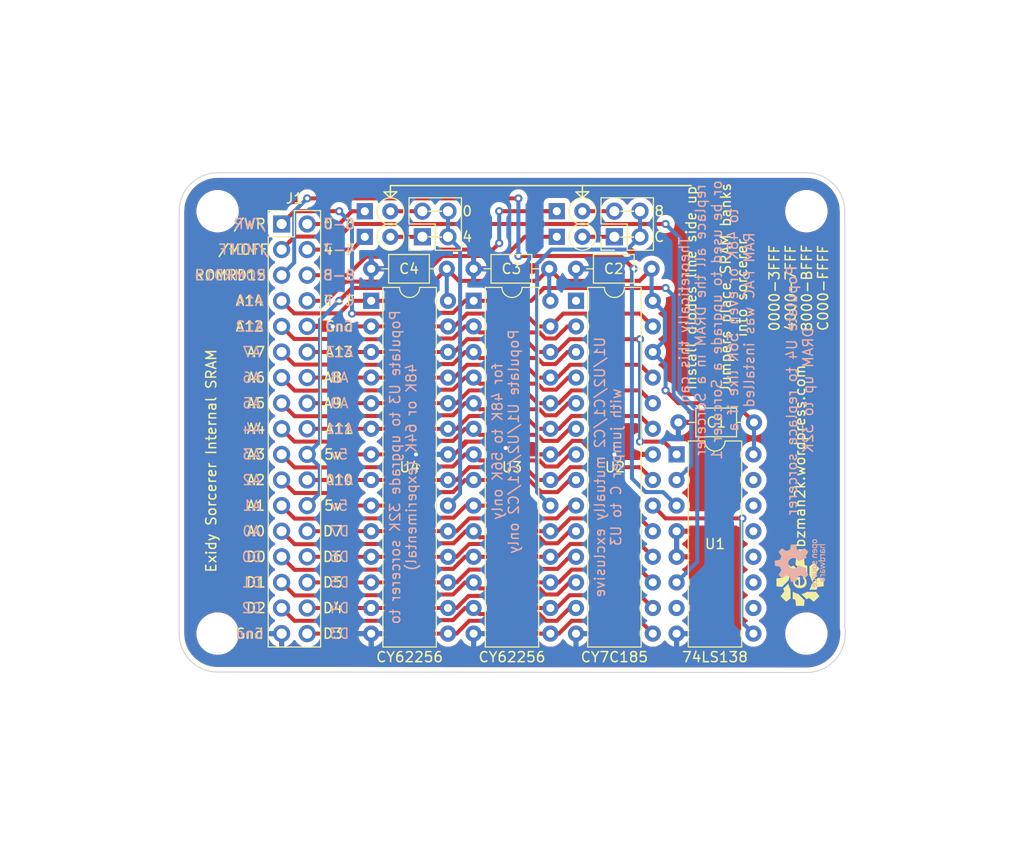
<source format=kicad_pcb>
(kicad_pcb (version 20211014) (generator pcbnew)
  (layers (0 "F.Cu" signal) (31 "B.Cu" signal) (34 "B.Paste" user) (35 "F.Paste" user) (36 "B.SilkS" user "B.Silkscreen") (37 "F.SilkS" user "F.Silkscreen") (38 "B.Mask" user) (39 "F.Mask" user) (44 "Edge.Cuts" user))
  (net 0 "")
  (net 1 "+5V")
  (net 2 "GND")
  (net 3 "RAM C000-FFFF")
  (net 4 "Net-(D1-Pad2)")
  (net 5 "RAM 8000-BFFF")
  (net 6 "RAM 4000-7FFF")
  (net 7 "Net-(D3-Pad2)")
  (net 8 "RAM 0000-3FFF")
  (net 9 "Net-(D4-Pad2)")
  (net 10 "A0")
  (net 11 "D0")
  (net 12 "A1")
  (net 13 "D1")
  (net 14 "A2")
  (net 15 "D2")
  (net 16 "A3")
  (net 17 "D3")
  (net 18 "A4")
  (net 19 "D4")
  (net 20 "A5")
  (net 21 "D5")
  (net 22 "A6")
  (net 23 "D6")
  (net 24 "A7")
  (net 25 "D7")
  (net 26 "A8")
  (net 27 "A9")
  (net 28 "A10")
  (net 29 "A11")
  (net 30 "A12")
  (net 31 "{slash}WR + {slash}MREQ")
  (net 32 "A13")
  (net 33 "{slash}MEM_OFF")
  (net 34 "A14")
  (net 35 "ROMRD15")
  (net 36 "RAM1 CS")
  (net 37 "RAM2 CS")
  (net 38 "C000-DFFF")
  (net 39 "A000-BFFF")
  (net 40 "8000-9FFF")
  (net 44 "E000-FFFF")
  (net 47 "Net-(J2-Pad1)")
  (footprint "Diode_THT:D_DO-35_SOD27_P2.54mm_Vertical_KathodeUp" (layer "F.Cu") (at 124.46 60.965)
    (fp_text reference "D4" hide)
    (fp_text value "1N4148")
  )
  (footprint "Package_DIP:DIP-16_W7.62mm" (layer "F.Cu") (at 155.395 82.55)
    (fp_text reference "U1")
    (fp_text value "74LS138")
  )
  (footprint "MountingHole:MountingHole_3.2mm_M3" (layer "F.Cu") (at 168.275 58.42)
    (fp_text reference "REF**" hide)
    (fp_text value "MountingHole_3.2mm_M3")
  )
  (footprint "Connector_PinHeader_2.54mm:PinHeader_2x17_P2.54mm_Vertical" (layer "F.Cu") (at 116.205 59.69)
    (fp_text reference "J1")
    (fp_text value "Sorcerer interface")
  )
  (footprint "Capacitor_THT:C_Axial_L3.8mm_D2.6mm_P7.50mm_Horizontal" (layer "F.Cu") (at 152.915 64.135 180)
    (fp_text reference "C2")
    (fp_text value "0.1uF" hide)
  )
  (footprint "Connector_PinHeader_2.54mm:PinHeader_2x02_P2.54mm_Vertical" (layer "F.Cu") (at 130.175 60.96 90)
    (fp_text reference "J3" hide)
    (fp_text value "LOW RAM")
  )
  (footprint "Connector_PinHeader_2.54mm:PinHeader_2x02_P2.54mm_Vertical" (layer "F.Cu") (at 149.225 60.96 90)
    (fp_text reference "J2" hide)
    (fp_text value "HIGH RAM")
  )
  (footprint "Capacitor_THT:C_Axial_L3.8mm_D2.6mm_P7.50mm_Horizontal" (layer "F.Cu") (at 163.075 79.375 180)
    (fp_text reference "C1")
    (fp_text value "0.1uF" hide)
  )
  (footprint "Package_DIP:DIP-28_W7.62mm" (layer "F.Cu") (at 125.095 67.31)
    (fp_text reference "U4")
    (fp_text value "CY62256")
  )
  (footprint "Diode_THT:D_DO-35_SOD27_P2.54mm_Vertical_KathodeUp" (layer "F.Cu") (at 143.51 58.42)
    (fp_text reference "D1" hide)
    (fp_text value "1N4148")
  )
  (footprint "Package_DIP:DIP-28_W7.62mm" (layer "F.Cu") (at 145.415 67.31)
    (fp_text reference "U2")
    (fp_text value "CY7C185")
  )
  (footprint "Package_DIP:DIP-28_W7.62mm" (layer "F.Cu") (at 135.255 67.31)
    (fp_text reference "U3")
    (fp_text value "CY62256")
  )
  (footprint "MountingHole:MountingHole_3.2mm_M3" (layer "F.Cu") (at 168.275 100.33)
    (fp_text reference "REF**" hide)
    (fp_text value "MountingHole_3.2mm_M3")
  )
  (footprint "Diode_THT:D_DO-35_SOD27_P2.54mm_Vertical_KathodeUp" (layer "F.Cu") (at 124.46 58.425)
    (fp_text reference "D3" hide)
    (fp_text value "1N4148")
  )
  (footprint "MountingHole:MountingHole_3.2mm_M3" (layer "F.Cu") (at 109.855 100.33)
    (fp_text reference "REF**" hide)
    (fp_text value "MountingHole_3.2mm_M3")
  )
  (footprint "Capacitor_THT:C_Axial_L3.8mm_D2.6mm_P7.50mm_Horizontal" (layer "F.Cu") (at 142.755 64.135 180)
    (fp_text reference "C3")
    (fp_text value "0.1uF" hide)
  )
  (footprint "Capacitor_THT:C_Axial_L3.8mm_D2.6mm_P7.50mm_Horizontal" (layer "F.Cu") (at 132.595 64.135 180)
    (fp_text reference "C4")
    (fp_text value "0.1uF" hide)
  )
  (footprint "Evan's misc parts:Evan Logo" (layer "F.Cu") (at 167.64 95.25 90)
    (fp_text reference "G***" hide)
    (fp_text value "LOGO" hide)
  )
  (footprint "MountingHole:MountingHole_3.2mm_M3" (layer "F.Cu") (at 109.855 58.42)
    (fp_text reference "REF**" hide)
    (fp_text value "MountingHole_3.2mm_M3")
  )
  (footprint "Diode_THT:D_DO-35_SOD27_P2.54mm_Vertical_KathodeUp" (layer "F.Cu") (at 143.51 60.96)
    (fp_text reference "D2" hide)
    (fp_text value "1N4148")
  )
  (footprint "Evan's misc parts:OSHW gear" (layer "B.Cu") (at 167.64 93.345 -90)
    (fp_text reference "G***" hide)
    (fp_text value "LOGO" hide)
  )
  (gr_line (start 146.05 57.093629) (end 146.685 56.486814) (layer "F.SilkS") (width 0.15))
  (gr_line (start 146.05 55.88) (end 146.05 57.093629) (layer "F.SilkS") (width 0.15))
  (gr_line (start 130.81 58.42) (end 132.08 58.42) (layer "F.SilkS") (width 0.15))
  (gr_line (start 146.05 57.093629) (end 145.415 56.515) (layer "F.SilkS") (width 0.15))
  (gr_line (start 127 55.88) (end 127 57.098629) (layer "F.SilkS") (width 0.15))
  (gr_line (start 146.05 55.88) (end 127 55.88) (layer "F.SilkS") (width 0.15))
  (gr_line (start 149.86 60.99) (end 151.13 60.99) (layer "F.SilkS") (width 0.15))
  (gr_line (start 127 57.098629) (end 126.365 56.515) (layer "F.SilkS") (width 0.15))
  (gr_line (start 126.365 56.515) (end 127.635 56.489314) (layer "F.SilkS") (width 0.15))
  (gr_line (start 130.81 60.96) (end 132.08 60.99) (layer "F.SilkS") (width 0.15))
  (gr_line (start 145.415 56.515) (end 146.685 56.486814) (layer "F.SilkS") (width 0.15))
  (gr_line (start 149.86 58.42) (end 151.13 58.42) (layer "F.SilkS") (width 0.15))
  (gr_line (start 127 57.098629) (end 127.635 56.489314) (layer "F.SilkS") (width 0.15))
  (gr_line (start 156.845 55.88) (end 146.05 55.88) (layer "F.SilkS") (width 0.15))
  (gr_arc (start 106.045 58.42) (mid 107.160923 55.725923) (end 109.855 54.61) (layer "Edge.Cuts") (width 0.1))
  (gr_arc (start 168.275 54.61) (mid 170.969077 55.725923) (end 172.085 58.42) (layer "Edge.Cuts") (width 0.1))
  (gr_line (start 168.275 104.192554) (end 109.855 104.14) (layer "Edge.Cuts") (width 0.1))
  (gr_line (start 168.275 54.61) (end 109.855 54.61) (layer "Edge.Cuts") (width 0.1))
  (gr_line (start 106.045 58.42) (end 106.045 100.33) (layer "Edge.Cuts") (width 0.1))
  (gr_line (start 172.085 99.695) (end 172.085 58.42) (layer "Edge.Cuts") (width 0.1))
  (gr_arc (start 172.085 99.695) (mid 171.222206 102.826658) (end 168.275 104.192554) (layer "Edge.Cuts") (width 0.1))
  (gr_arc (start 109.855 104.14) (mid 107.160923 103.024077) (end 106.045 100.33) (layer "Edge.Cuts") (width 0.1))
  (gr_text "D6" (at 121.935952 92.71) (layer "B.SilkS") (effects (font (size 1 1)) (justify mirror)))
  (gr_text "D2" (at 113.228572 97.79) (layer "B.SilkS") (effects (font (size 1 1)) (justify mirror)))
  (gr_text "A14" (at 113.03 67.31) (layer "B.SilkS") (effects (font (size 1 1)) (justify mirror)))
  (gr_text "A8" (at 121.935952 74.93) (layer "B.SilkS") (effects (font (size 1 1)) (justify mirror)))
  (gr_text "A13" (at 121.92 72.39) (layer "B.SilkS") (effects (font (size 1 1)) (justify mirror)))
  (gr_text "U1/U2/C1/C2 mutually exclusive\nwith jumper C to U3" (at 148.59 83.82 90) (layer "B.SilkS") (effects (font (size 1 1)) (justify mirror)))
  (gr_text "Populate U4 to replace sorcerer\nDRAM up to 32K" (at 167.64 76.2 -270) (layer "B.SilkS") (effects (font (size 1 1)) (justify mirror)))
  (gr_text "A1" (at 113.228572 87.63) (layer "B.SilkS") (effects (font (size 1 1)) (justify mirror)))
  (gr_text "Gnd" (at 121.92 69.85) (layer "B.SilkS") (effects (font (size 1 1)) (justify mirror)))
  (gr_text "A3" (at 113.228572 82.55) (layer "B.SilkS") (effects (font (size 1 1)) (justify mirror)))
  (gr_text "A7" (at 113.228572 72.39) (layer "B.SilkS") (effects (font (size 1 1)) (justify mirror)))
  (gr_text "0-3" (at 121.92 59.69) (layer "B.SilkS") (effects (font (size 1 1)) (justify mirror)))
  (gr_text "A4" (at 113.228572 80.01) (layer "B.SilkS") (effects (font (size 1 1)) (justify mirror)))
  (gr_text "C-F" (at 121.92 67.31) (layer "B.SilkS") (effects (font (size 1 1)) (justify mirror)))
  (gr_text "D1" (at 113.228572 95.25) (layer "B.SilkS") (effects (font (size 1 1)) (justify mirror)))
  (gr_text "D4" (at 121.935952 97.79) (layer "B.SilkS") (effects (font (size 1 1)) (justify mirror)))
  (gr_text "ROMRD15" (at 111.125 64.77) (layer "B.SilkS") (effects (font (size 1 1)) (justify mirror)))
  (gr_text "/MOFF" (at 112.395 62.23) (layer "B.SilkS") (effects (font (size 1 1)) (justify mirror)))
  (gr_text "Gnd" (at 113.03 100.33) (layer "B.SilkS") (effects (font (size 1 1)) (justify mirror)))
  (gr_text "D7" (at 121.935952 90.17) (layer "B.SilkS") (effects (font (size 1 1)) (justify mirror)))
  (gr_text "A5" (at 113.228572 77.47) (layer "B.SilkS") (effects (font (size 1 1)) (justify mirror)))
  (gr_text "A6" (at 113.228572 74.93) (layer "B.SilkS") (effects (font (size 1 1)) (justify mirror)))
  (gr_text "A2" (at 113.228572 85.09) (layer "B.SilkS") (effects (font (size 1 1)) (justify mirror)))
  (gr_text "4-7" (at 121.92 62.23) (layer "B.SilkS") (effects (font (size 1 1)) (justify mirror)))
  (gr_text "A9" (at 121.935952 77.47) (layer "B.SilkS") (effects (font (size 1 1)) (justify mirror)))
  (gr_text "for 48K to 56K only\nPopulate U1/U2/C1/C2 only" (at 138.43 81.28 90) (layer "B.SilkS") (effects (font (size 1 1)) (justify mirror)))
  (gr_text "A10" (at 121.92 85.09) (layer "B.SilkS") (effects (font (size 1 1)) (justify mirror)))
  (gr_text "A12" (at 113.03 69.85) (layer "B.SilkS") (effects (font (size 1 1)) (justify mirror)))
  (gr_text "5v" (at 121.935952 87.63) (layer "B.SilkS") (effects (font (size 1 1)) (justify mirror)))
  (gr_text "D5" (at 121.935952 95.25) (layer "B.SilkS") (effects (font (size 1 1)) (justify mirror)))
  (gr_text "A11" (at 121.92 80.01) (layer "B.SilkS") (effects (font (size 1 1)) (justify mirror)))
  (gr_text "/WR" (at 113.03 59.69) (layer "B.SilkS") (effects (font (size 1 1)) (justify mirror)))
  (gr_text "Populate U3 to upgrade 32K sorcerer to\n48K or 64K (experimental)" (at 128.27 83.82 -270) (layer "B.SilkS") (effects (font (size 1 1)) (justify mirror)))
  (gr_text "D0" (at 113.228572 92.71) (layer "B.SilkS") (effects (font (size 1 1)) (justify mirror)))
  (gr_text "5v" (at 121.935952 82.55) (layer "B.SilkS") (effects (font (size 1 1)) (justify mirror)))
  (gr_text "8-B" (at 121.92 64.77) (layer "B.SilkS") (effects (font (size 1 1)) (justify mirror)))
  (gr_text "D3" (at 121.935952 100.33) (layer "B.SilkS") (effects (font (size 1 1)) (justify mirror)))
  (gr_text "Theoretically this can\nreplace all the DRAM in a Sorcerer\nor be used to upgrade a Sorcerer 1\nto 48K or even 56K like if a\nRAM PAC was installed" (at 159.385 69.215 90) (layer "B.SilkS") (effects (font (size 1 1)) (justify mirror)))
  (gr_text "A0" (at 113.228572 90.17) (layer "B.SilkS") (effects (font (size 1 1)) (justify mirror)))
  (gr_text "A1" (at 113.665 87.63) (layer "F.SilkS") (effects (font (size 1 1))))
  (gr_text "D4" (at 121.285 97.79) (layer "F.SilkS") (effects (font (size 1 1))))
  (gr_text "Exidy Sorcerer Internal SRAM" (at 109.22 83.185 90) (layer "F.SilkS") (effects (font (size 1 1))))
  (gr_text "D3" (at 121.285 100.33) (layer "F.SilkS") (effects (font (size 1 1))))
  (gr_text "Install diodes line side up" (at 156.845 66.04 90) (layer "F.SilkS") (effects (font (size 1 1))))
  (gr_text "C-F" (at 121.92 67.31) (layer "F.SilkS") (effects (font (size 1 1))))
  (gr_text "A0" (at 113.665 90.17) (layer "F.SilkS") (effects (font (size 1 1))))
  (gr_text "A3" (at 113.665 82.55) (layer "F.SilkS") (effects (font (size 1 1))))
  (gr_text "8-B" (at 121.92 64.77) (layer "F.SilkS") (effects (font (size 1 1))))
  (gr_text "4" (at 134.62 60.96) (layer "F.SilkS") (effects (font (size 1 1))))
  (gr_text "D1" (at 113.665 95.25) (layer "F.SilkS") (effects (font (size 1 1))))
  (gr_text "A13" (at 121.92 72.39) (layer "F.SilkS") (effects (font (size 1 1))))
  (gr_text "Gnd" (at 113.03 100.33) (layer "F.SilkS") (effects (font (size 1 1))))
  (gr_text "D2" (at 113.665 97.79) (layer "F.SilkS") (effects (font (size 1 1))))
  (gr_text "A8" (at 121.285 74.93) (layer "F.SilkS") (effects (font (size 1 1))))
  (gr_text "/WR" (at 113.03 59.69) (layer "F.SilkS") (effects (font (size 1 1))))
  (gr_text "A14" (at 113.03 67.31) (layer "F.SilkS") (effects (font (size 1 1))))
  (gr_text "abzman2k.wordpress.com" (at 167.64 83.185 90) (layer "F.SilkS") (effects (font (size 1 1))))
  (gr_text "A4" (at 113.665 80.01) (layer "F.SilkS") (effects (font (size 1 1))))
  (gr_text "A10" (at 121.92 85.09) (layer "F.SilkS") (effects (font (size 1 1))))
  (gr_text "D0" (at 113.665 92.71) (layer "F.SilkS") (effects (font (size 1 1))))
  (gr_text "A11" (at 121.92 80.01) (layer "F.SilkS") (effects (font (size 1 1))))
  (gr_text "D5" (at 121.285 95.25) (layer "F.SilkS") (effects (font (size 1 1))))
  (gr_text "A7" (at 113.665 72.39) (layer "F.SilkS") (effects (font (size 1 1))))
  (gr_text "Jumpers place SRAM banks\ninto sorcerer\n\n0000-3FFF\n4000-7FFF\n8000-BFFF\nC000-FFFF" (at 165.1 66.04 90) (layer "F.SilkS") (effects (font (size 1 1))))
  (gr_text "A6" (at 113.665 74.93) (layer "F.SilkS") (effects (font (size 1 1))))
  (gr_text "5v" (at 121.285 87.63) (layer "F.SilkS") (effects (font (size 1 1))))
  (gr_text "C" (at 153.67 60.96) (layer "F.SilkS") (effects (font (size 1 1))))
  (gr_text "5v" (at 121.285 82.55) (layer "F.SilkS") (effects (font (size 1 1))))
  (gr_text "0-3" (at 121.92 59.69) (layer "F.SilkS") (effects (font (size 1 1))))
  (gr_text "ROMRD15" (at 111.125 64.77) (layer "F.SilkS") (effects (font (size 1 1))))
  (gr_text "D6" (at 121.285 92.71) (layer "F.SilkS") (effects (font (size 1 1))))
  (gr_text "/MOFF" (at 112.395 62.23) (layer "F.SilkS") (effects (font (size 1 1))))
  (gr_text "0" (at 134.62 58.42) (layer "F.SilkS") (effects (font (size 1 1))))
  (gr_text "Gnd" (at 121.92 69.85) (layer "F.SilkS") (effects (font (size 1 1))))
  (gr_text "A9" (at 121.285 77.47) (layer "F.SilkS") (effects (font (size 1 1))))
  (gr_text "A12" (at 113.03 69.85) (layer "F.SilkS") (effects (font (size 1 1))))
  (gr_text "D7" (at 121.285 90.17) (layer "F.SilkS") (effects (font (size 1 1))))
  (gr_text "A2" (at 113.665 85.09) (layer "F.SilkS") (effects (font (size 1 1))))
  (gr_text "A5" (at 113.665 77.47) (layer "F.SilkS") (effects (font (size 1 1))))
  (gr_text "4-7" (at 121.92 62.23) (layer "F.SilkS") (effects (font (size 1 1))))
  (gr_text "8" (at 153.67 58.42) (layer "F.SilkS") (effects (font (size 1 1))))
  (segment (start 132.595 64.135) (end 130.69 66.04) (width 0.4) (layer "F.Cu") (net 1))
  (segment (start 142.755 64.135) (end 143.954511 65.334511) (width 0.4) (layer "F.Cu") (net 1))
  (segment (start 143.954511 65.334511) (end 151.715489 65.334511) (width 0.4) (layer "F.Cu") (net 1))
  (segment (start 161.17 77.47) (end 155.575 77.47) (width 0.4) (layer "F.Cu") (net 1))
  (segment (start 133.794511 65.334511) (end 141.555489 65.334511) (width 0.4) (layer "F.Cu") (net 1))
  (segment (start 151.715489 65.334511) (end 152.915 64.135) (width 0.4) (layer "F.Cu") (net 1))
  (segment (start 123.19 66.04) (end 121.92 67.31) (width 0.4) (layer "F.Cu") (net 1))
  (segment (start 155.575 77.47) (end 154.305 76.2) (width 0.4) (layer "F.Cu") (net 1))
  (segment (start 163.075 79.375) (end 161.17 77.47) (width 0.4) (layer "F.Cu") (net 1))
  (segment (start 130.69 66.04) (end 123.19 66.04) (width 0.4) (layer "F.Cu") (net 1))
  (segment (start 141.555489 65.334511) (end 142.755 64.135) (width 0.4) (layer "F.Cu") (net 1))
  (segment (start 132.595 64.135) (end 133.794511 65.334511) (width 0.4) (layer "F.Cu") (net 1))
  (via (at 121.92 67.31) (size 0.8) (drill 0.4) (layers "F.Cu" "B.Cu") (net 1))
  (via (at 154.305 76.2) (size 0.8) (drill 0.4) (layers "F.Cu" "B.Cu") (net 1))
  (segment (start 118.745 87.63) (end 119.994511 86.380489) (width 0.4) (layer "B.Cu") (net 1))
  (segment (start 121.92 67.31) (end 120.015 69.215) (width 0.4) (layer "B.Cu") (net 1))
  (segment (start 154.305 73.66) (end 154.305 76.2) (width 0.4) (layer "B.Cu") (net 1))
  (segment (start 154.234511 68.509511) (end 154.234511 71.190489) (width 0.4) (layer "B.Cu") (net 1))
  (segment (start 152.915 67.19) (end 153.035 67.31) (width 0.4) (layer "B.Cu") (net 1))
  (segment (start 163.075 82.49) (end 163.015 82.55) (width 0.4) (layer "B.Cu") (net 1))
  (segment (start 163.075 79.375) (end 163.075 82.49) (width 0.4) (layer "B.Cu") (net 1))
  (segment (start 118.745 82.55) (end 120.015 81.28) (width 0.4) (layer "B.Cu") (net 1))
  (segment (start 132.595 64.135) (end 132.595 67.19) (width 0.4) (layer "B.Cu") (net 1))
  (segment (start 142.755 67.19) (end 142.875 67.31) (width 0.4) (layer "B.Cu") (net 1))
  (segment (start 119.994511 86.380489) (end 119.994511 83.799511) (width 0.4) (layer "B.Cu") (net 1))
  (segment (start 132.595 67.19) (end 132.715 67.31) (width 0.4) (layer "B.Cu") (net 1))
  (segment (start 154.234511 71.190489) (end 153.035 72.39) (width 0.4) (layer "B.Cu") (net 1))
  (segment (start 120.015 81.28) (end 120.015 69.215) (width 0.4) (layer "B.Cu") (net 1))
  (segment (start 152.915 64.135) (end 152.915 67.19) (width 0.4) (layer "B.Cu") (net 1))
  (segment (start 119.994511 83.799511) (end 118.745 82.55) (width 0.4) (layer "B.Cu") (net 1))
  (segment (start 153.035 67.31) (end 154.234511 68.509511) (width 0.4) (layer "B.Cu") (net 1))
  (segment (start 153.035 72.39) (end 154.305 73.66) (width 0.4) (layer "B.Cu") (net 1))
  (segment (start 142.755 64.135) (end 142.755 67.19) (width 0.4) (layer "B.Cu") (net 1))
  (segment (start 145.059123 81.209511) (end 145.979511 81.209511) (width 0.4) (layer "F.Cu") (net 2))
  (segment (start 137.797108 81.282108) (end 134.617892 81.282108) (width 0.4) (layer "F.Cu") (net 2))
  (segment (start 143.718634 82.55) (end 145.059123 81.209511) (width 0.4) (layer "F.Cu") (net 2))
  (segment (start 139.065 82.55) (end 138.43 81.915) (width 0.4) (layer "F.Cu") (net 2))
  (segment (start 149.225 82.55) (end 153.035 82.55) (width 0.4) (layer "F.Cu") (net 2))
  (segment (start 145.979511 81.209511) (end 147.32 82.55) (width 0.4) (layer "F.Cu") (net 2))
  (segment (start 133.35 82.55) (end 132.715 82.55) (width 0.4) (layer "F.Cu") (net 2))
  (segment (start 147.32 82.55) (end 149.225 82.55) (width 0.4) (layer "F.Cu") (net 2))
  (segment (start 142.875 82.55) (end 143.718634 82.55) (width 0.4) (layer "F.Cu") (net 2))
  (segment (start 121.285 69.85) (end 118.745 69.85) (width 0.4) (layer "F.Cu") (net 2))
  (segment (start 142.875 82.55) (end 139.065 82.55) (width 0.4) (layer "F.Cu") (net 2))
  (segment (start 142.875 82.55) (end 141.74363 82.55) (width 0.4) (layer "F.Cu") (net 2))
  (segment (start 134.617892 81.282108) (end 133.35 82.55) (width 0.4) (layer "F.Cu") (net 2))
  (segment (start 138.43 81.915) (end 137.797108 81.282108) (width 0.4) (layer "F.Cu") (net 2))
  (via (at 121.285 69.85) (size 0.8) (drill 0.4) (layers "F.Cu" "B.Cu") (net 2))
  (via (at 129.54 82.55) (size 0.8) (drill 0.4) (layers "F.Cu" "B.Cu") (net 2))
  (via (at 138.43 81.915) (size 0.8) (drill 0.4) (layers "F.Cu" "B.Cu") (net 2))
  (via (at 149.225 82.55) (size 0.8) (drill 0.4) (layers "F.Cu" "B.Cu") (net 2))
  (segment (start 129.628634 65.405) (end 132.168634 62.865) (width 0.4) (layer "F.Cu") (net 3))
  (segment (start 138.43 62.865) (end 140.335 60.96) (width 0.4) (layer "F.Cu") (net 3))
  (segment (start 118.745 67.31) (end 120.65 67.31) (width 0.4) (layer "F.Cu") (net 3))
  (segment (start 122.555 65.405) (end 129.628634 65.405) (width 0.4) (layer "F.Cu") (net 3))
  (segment (start 120.65 67.31) (end 122.555 65.405) (width 0.4) (layer "F.Cu") (net 3))
  (segment (start 140.335 60.96) (end 143.51 60.96) (width 0.4) (layer "F.Cu") (net 3))
  (segment (start 132.168634 62.865) (end 138.43 62.865) (width 0.4) (layer "F.Cu") (net 3))
  (segment (start 146.05 58.42) (end 149.225 58.42) (width 0.4) (layer "F.Cu") (net 4))
  (segment (start 131.250295 62.935489) (end 131.955784 62.23) (width 0.4) (layer "F.Cu") (net 5))
  (segment (start 143.51 58.42) (end 137.795 58.42) (width 0.4) (layer "F.Cu") (net 5))
  (segment (start 124.598145 62.935489) (end 131.250295 62.935489) (width 0.4) (layer "F.Cu") (net 5))
  (segment (start 142.02715 58.42) (end 143.51 58.42) (width 0.4) (layer "F.Cu") (net 5))
  (segment (start 122.763634 64.77) (end 124.598145 62.935489) (width 0.4) (layer "F.Cu") (net 5))
  (segment (start 118.745 64.77) (end 122.763634 64.77) (width 0.4) (layer "F.Cu") (net 5))
  (segment (start 136.525 62.23) (end 137.16 62.23) (width 0.4) (layer "F.Cu") (net 5))
  (segment (start 137.16 62.23) (end 137.795 61.595) (width 0.4) (layer "F.Cu") (net 5))
  (segment (start 131.955784 62.23) (end 136.525 62.23) (width 0.4) (layer "F.Cu") (net 5))
  (via (at 137.795 61.595) (size 0.8) (drill 0.4) (layers "F.Cu" "B.Cu") (net 5))
  (via (at 137.795 58.42) (size 0.8) (drill 0.4) (layers "F.Cu" "B.Cu") (net 5))
  (segment (start 137.795 58.42) (end 137.795 61.595) (width 0.4) (layer "B.Cu") (net 5))
  (segment (start 123.195 62.23) (end 124.46 60.965) (width 0.4) (layer "F.Cu") (net 6))
  (segment (start 118.745 62.23) (end 123.195 62.23) (width 0.4) (layer "F.Cu") (net 6))
  (segment (start 130.17 58.425) (end 130.175 58.42) (width 0.4) (layer "F.Cu") (net 7))
  (segment (start 127 58.425) (end 130.17 58.425) (width 0.4) (layer "F.Cu") (net 7))
  (segment (start 118.745 59.69) (end 121.92 59.69) (width 0.4) (layer "F.Cu") (net 8))
  (segment (start 124.46 58.425) (end 123.185 58.425) (width 0.4) (layer "F.Cu") (net 8))
  (segment (start 121.92 59.69) (end 123.185 58.425) (width 0.4) (layer "F.Cu") (net 8))
  (segment (start 130.17 60.965) (end 130.175 60.96) (width 0.4) (layer "F.Cu") (net 9))
  (segment (start 127 60.965) (end 130.17 60.965) (width 0.4) (layer "F.Cu") (net 9))
  (segment (start 127.635 90.17) (end 128.834511 91.369511) (width 0.4) (layer "F.Cu") (net 10))
  (segment (start 142.378145 91.369511) (end 143.580489 91.369511) (width 0.4) (layer "F.Cu") (net 10))
  (segment (start 135.255 90.17) (end 134.479022 90.17) (width 0.4) (layer "F.Cu") (net 10))
  (segment (start 117.495489 91.460489) (end 116.205 90.17) (width 0.4) (layer "F.Cu") (net 10))
  (segment (start 144.78 90.17) (end 143.580489 91.369511) (width 0.4) (layer "F.Cu") (net 10))
  (segment (start 145.415 90.17) (end 144.78 90.17) (width 0.4) (layer "F.Cu") (net 10))
  (segment (start 121.940489 91.460489) (end 117.495489 91.460489) (width 0.4) (layer "F.Cu") (net 10))
  (segment (start 135.85452 90.76952) (end 141.778154 90.76952) (width 0.4) (layer "F.Cu") (net 10))
  (segment (start 125.095 90.17) (end 123.230978 90.17) (width 0.4) (layer "F.Cu") (net 10))
  (segment (start 135.255 90.17) (end 135.85452 90.76952) (width 0.4) (layer "F.Cu") (net 10))
  (segment (start 133.279511 91.369511) (end 128.834511 91.369511) (width 0.4) (layer "F.Cu") (net 10))
  (segment (start 125.095 90.17) (end 127.635 90.17) (width 0.4) (layer "F.Cu") (net 10))
  (segment (start 134.479022 90.17) (end 133.279511 91.369511) (width 0.4) (layer "F.Cu") (net 10))
  (segment (start 123.230978 90.17) (end 121.940489 91.460489) (width 0.4) (layer "F.Cu") (net 10))
  (segment (start 141.778154 90.76952) (end 142.378145 91.369511) (width 0.4) (layer "F.Cu") (net 10))
  (segment (start 117.495489 94.000489) (end 116.205 92.71) (width 0.4) (layer "F.Cu") (net 11))
  (segment (start 125.095 92.71) (end 127.635 92.71) (width 0.4) (layer "F.Cu") (net 11))
  (segment (start 144.78 92.71) (end 143.580489 93.909511) (width 0.4) (layer "F.Cu") (net 11))
  (segment (start 121.940489 94.000489) (end 117.495489 94.000489) (width 0.4) (layer "F.Cu") (net 11))
  (segment (start 123.230978 92.71) (end 121.940489 94.000489) (width 0.4) (layer "F.Cu") (net 11))
  (segment (start 125.095 92.71) (end 123.230978 92.71) (width 0.4) (layer "F.Cu") (net 11))
  (segment (start 135.255 92.71) (end 134.411366 92.71) (width 0.4) (layer "F.Cu") (net 11))
  (segment (start 140.75715 92.71) (end 135.255 92.71) (width 0.4) (layer "F.Cu") (net 11))
  (segment (start 127.635 92.71) (end 128.834511 93.909511) (width 0.4) (layer "F.Cu") (net 11))
  (segment (start 134.411366 92.71) (end 133.211855 93.909511) (width 0.4) (layer "F.Cu") (net 11))
  (segment (start 145.415 92.71) (end 144.78 92.71) (width 0.4) (layer "F.Cu") (net 11))
  (segment (start 143.580489 93.909511) (end 141.956661 93.909511) (width 0.4) (layer "F.Cu") (net 11))
  (segment (start 141.956661 93.909511) (end 140.75715 92.71) (width 0.4) (layer "F.Cu") (net 11))
  (segment (start 133.211855 93.909511) (end 128.834511 93.909511) (width 0.4) (layer "F.Cu") (net 11))
  (segment (start 144.78 87.63) (end 143.51 88.9) (width 0.4) (layer "F.Cu") (net 12))
  (segment (start 139.91285 87.63) (end 141.18285 88.9) (width 0.4) (layer "F.Cu") (net 12))
  (segment (start 125.095 87.63) (end 123.230978 87.63) (width 0.4) (layer "F.Cu") (net 12))
  (segment (start 133.279511 88.829511) (end 128.975489 88.829511) (width 0.4) (layer "F.Cu") (net 12))
  (segment (start 127.775978 87.63) (end 128.975489 88.829511) (width 0.4) (layer "F.Cu") (net 12))
  (segment (start 135.255 87.63) (end 134.479022 87.63) (width 0.4) (layer "F.Cu") (net 12))
  (segment (start 134.479022 87.63) (end 133.279511 88.829511) (width 0.4) (layer "F.Cu") (net 12))
  (segment (start 135.255 87.63) (end 139.91285 87.63) (width 0.4) (layer "F.Cu") (net 12))
  (segment (start 125.095 87.63) (end 127.775978 87.63) (width 0.4) (layer "F.Cu") (net 12))
  (segment (start 141.18285 88.9) (end 143.51 88.9) (width 0.4) (layer "F.Cu") (net 12))
  (segment (start 121.940489 88.920489) (end 117.495489 88.920489) (width 0.4) (layer "F.Cu") (net 12))
  (segment (start 117.495489 88.920489) (end 116.205 87.63) (width 0.4) (layer "F.Cu") (net 12))
  (segment (start 123.230978 87.63) (end 121.940489 88.920489) (width 0.4) (layer "F.Cu") (net 12))
  (segment (start 145.415 87.63) (end 144.78 87.63) (width 0.4) (layer "F.Cu") (net 12))
  (segment (start 125.095 95.25) (end 127.775978 95.25) (width 0.4) (layer "F.Cu") (net 13))
  (segment (start 117.495489 96.540489) (end 116.205 95.25) (width 0.4) (layer "F.Cu") (net 13))
  (segment (start 121.899511 96.540489) (end 117.495489 96.540489) (width 0.4) (layer "F.Cu") (net 13))
  (segment (start 144.78 95.25) (end 143.580489 96.449511) (width 0.4) (layer "F.Cu") (net 13))
  (segment (start 141.778154 95.84952) (end 135.85452 95.84952) (width 0.4) (layer "F.Cu") (net 13))
  (segment (start 143.580489 96.449511) (end 142.378145 96.449511) (width 0.4) (layer "F.Cu") (net 13))
  (segment (start 133.211855 96.449511) (end 128.975489 96.449511) (width 0.4) (layer "F.Cu") (net 13))
  (segment (start 127.775978 95.25) (end 128.975489 96.449511) (width 0.4) (layer "F.Cu") (net 13))
  (segment (start 123.19 95.25) (end 121.899511 96.540489) (width 0.4) (layer "F.Cu") (net 13))
  (segment (start 125.095 95.25) (end 123.19 95.25) (width 0.4) (layer "F.Cu") (net 13))
  (segment (start 134.411366 95.25) (end 133.211855 96.449511) (width 0.4) (layer "F.Cu") (net 13))
  (segment (start 135.85452 95.84952) (end 135.255 95.25) (width 0.4) (layer "F.Cu") (net 13))
  (segment (start 135.255 95.25) (end 134.411366 95.25) (width 0.4) (layer "F.Cu") (net 13))
  (segment (start 145.415 95.25) (end 144.78 95.25) (width 0.4) (layer "F.Cu") (net 13))
  (segment (start 142.378145 96.449511) (end 141.778154 95.84952) (width 0.4) (layer "F.Cu") (net 13))
  (segment (start 145.415 85.09) (end 144.78 85.09) (width 0.4) (layer "F.Cu") (net 14))
  (segment (start 134.411366 85.09) (end 133.211855 86.289511) (width 0.4) (layer "F.Cu") (net 14))
  (segment (start 133.211855 86.289511) (end 128.975489 86.289511) (width 0.4) (layer "F.Cu") (net 14))
  (segment (start 125.095 85.09) (end 123.230978 85.09) (width 0.4) (layer "F.Cu") (net 14))
  (segment (start 140.75715 85.09) (end 141.956661 86.289511) (width 0.4) (layer "F.Cu") (net 14))
  (segment (start 141.956661 86.289511) (end 143.580489 86.289511) (width 0.4) (layer "F.Cu") (net 14))
  (segment (start 117.495489 86.380489) (end 116.205 85.09) (width 0.4) (layer "F.Cu") (net 14))
  (segment (start 121.940489 86.380489) (end 117.495489 86.380489) (width 0.4) (layer "F.Cu") (net 14))
  (segment (start 135.255 85.09) (end 134.411366 85.09) (width 0.4) (layer "F.Cu") (net 14))
  (segment (start 125.095 85.09) (end 127.775978 85.09) (width 0.4) (layer "F.Cu") (net 14))
  (segment (start 123.230978 85.09) (end 121.940489 86.380489) (width 0.4) (layer "F.Cu") (net 14))
  (segment (start 127.775978 85.09) (end 128.975489 86.289511) (width 0.4) (layer "F.Cu") (net 14))
  (segment (start 135.255 85.09) (end 140.75715 85.09) (width 0.4) (layer "F.Cu") (net 14))
  (segment (start 144.78 85.09) (end 143.580489 86.289511) (width 0.4) (layer "F.Cu") (net 14))
  (segment (start 142.448634 99.06) (end 141.778154 98.38952) (width 0.4) (layer "F.Cu") (net 15))
  (segment (start 117.475 99.06) (end 116.205 97.79) (width 0.4) (layer "F.Cu") (net 15))
  (segment (start 143.51 99.06) (end 142.448634 99.06) (width 0.4) (layer "F.Cu") (net 15))
  (segment (start 144.78 97.79) (end 143.51 99.06) (width 0.4) (layer "F.Cu") (net 15))
  (segment (start 121.92 99.06) (end 117.475 99.06) (width 0.4) (layer "F.Cu") (net 15))
  (segment (start 133.211855 98.989511) (end 128.975489 98.989511) (width 0.4) (layer "F.Cu") (net 15))
  (segment (start 141.778154 98.38952) (end 135.85452 98.38952) (width 0.4) (layer "F.Cu") (net 15))
  (segment (start 134.411366 97.79) (end 133.211855 98.989511) (width 0.4) (layer "F.Cu") (net 15))
  (segment (start 135.255 97.79) (end 134.411366 97.79) (width 0.4) (layer "F.Cu") (net 15))
  (segment (start 145.415 97.79) (end 144.78 97.79) (width 0.4) (layer "F.Cu") (net 15))
  (segment (start 123.19 97.79) (end 121.92 99.06) (width 0.4) (layer "F.Cu") (net 15))
  (segment (start 127.775978 97.79) (end 128.975489 98.989511) (width 0.4) (layer "F.Cu") (net 15))
  (segment (start 125.095 97.79) (end 127.775978 97.79) (width 0.4) (layer "F.Cu") (net 15))
  (segment (start 125.095 97.79) (end 123.19 97.79) (width 0.4) (layer "F.Cu") (net 15))
  (segment (start 135.85452 98.38952) (end 135.255 97.79) (width 0.4) (layer "F.Cu") (net 15))
  (segment (start 125.095 82.55) (end 123.230978 82.55) (width 0.4) (layer "F.Cu") (net 16))
  (segment (start 125.095 82.55) (end 127.775978 82.55) (width 0.4) (layer "F.Cu") (net 16))
  (segment (start 135.255 82.55) (end 134.411366 82.55) (width 0.4) (layer "F.Cu") (net 16))
  (segment (start 121.940489 83.840489) (end 117.495489 83.840489) (width 0.4) (layer "F.Cu") (net 16))
  (segment (start 145.415 82.55) (end 144.78 82.55) (width 0.4) (layer "F.Cu") (net 16))
  (segment (start 123.230978 82.55) (end 121.940489 83.840489) (width 0.4) (layer "F.Cu") (net 16))
  (segment (start 127.775978 82.55) (end 128.975489 83.749511) (width 0.4) (layer "F.Cu") (net 16))
  (segment (start 134.411366 82.55) (end 133.211855 83.749511) (width 0.4) (layer "F.Cu") (net 16))
  (segment (start 135.255 82.55) (end 135.85452 83.14952) (width 0.4) (layer "F.Cu") (net 16))
  (segment (start 142.378145 83.749511) (end 143.580489 83.749511) (width 0.4) (layer "F.Cu") (net 16))
  (segment (start 144.78 82.55) (end 143.580489 83.749511) (width 0.4) (layer "F.Cu") (net 16))
  (segment (start 135.85452 83.14952) (end 141.778154 83.14952) (width 0.4) (layer "F.Cu") (net 16))
  (segment (start 117.495489 83.840489) (end 116.205 82.55) (width 0.4) (layer "F.Cu") (net 16))
  (segment (start 141.778154 83.14952) (end 142.378145 83.749511) (width 0.4) (layer "F.Cu") (net 16))
  (segment (start 133.211855 83.749511) (end 128.975489 83.749511) (width 0.4) (layer "F.Cu") (net 16))
  (segment (start 123.19 99.06) (end 121.92 100.33) (width 0.4) (layer "F.Cu") (net 17))
  (segment (start 143.718634 100.33) (end 144.988634 99.06) (width 0.4) (layer "F.Cu") (net 17))
  (segment (start 151.765 99.06) (end 153.035 100.33) (width 0.4) (layer "F.Cu") (net 17))
  (segment (start 127.635 99.06) (end 123.19 99.06) (width 0.4) (layer "F.Cu") (net 17))
  (segment (start 132.715 100.33) (end 128.905 100.33) (width 0.4) (layer "F.Cu") (net 17))
  (segment (start 132.715 100.33) (end 133.558634 100.33) (width 0.4) (layer "F.Cu") (net 17))
  (segment (start 128.905 100.33) (end 127.635 99.06) (width 0.4) (layer "F.Cu") (net 17))
  (segment (start 141.605 100.33) (end 140.335 99.06) (width 0.4) (layer "F.Cu") (net 17))
  (segment (start 142.875 100.33) (end 141.605 100.33) (width 0.4) (layer "F.Cu") (net 17))
  (segment (start 121.92 100.33) (end 118.745 100.33) (width 0.4) (layer "F.Cu") (net 17))
  (segment (start 144.988634 99.06) (end 151.765 99.06) (width 0.4) (layer "F.Cu") (net 17))
  (segment (start 133.558634 100.33) (end 134.828634 99.06) (width 0.4) (layer "F.Cu") (net 17))
  (segment (start 134.828634 99.06) (end 140.335 99.06) (width 0.4) (layer "F.Cu") (net 17))
  (segment (start 142.875 100.33) (end 143.718634 100.33) (width 0.4) (layer "F.Cu") (net 17))
  (segment (start 121.92 81.28) (end 117.475 81.28) (width 0.4) (layer "F.Cu") (net 18))
  (segment (start 127.635 80.01) (end 128.834511 81.209511) (width 0.4) (layer "F.Cu") (net 18))
  (segment (start 125.095 80.01) (end 123.19 80.01) (width 0.4) (layer "F.Cu") (net 18))
  (segment (start 135.85452 80.60952) (end 141.56952 80.60952) (width 0.4) (layer "F.Cu") (net 18))
  (segment (start 134.411366 80.01) (end 133.211855 81.209511) (width 0.4) (layer "F.Cu") (net 18))
  (segment (start 117.475 81.28) (end 116.205 80.01) (width 0.4) (layer "F.Cu") (net 18))
  (segment (start 141.56952 80.60952) (end 142.169511 81.209511) (width 0.4) (layer "F.Cu") (net 18))
  (segment (start 123.19 80.01) (end 121.92 81.28) (width 0.4) (layer "F.Cu") (net 18))
  (segment (start 142.169511 81.209511) (end 143.580489 81.209511) (width 0.4) (layer "F.Cu") (net 18))
  (segment (start 135.255 80.01) (end 135.85452 80.60952) (width 0.4) (layer "F.Cu") (net 18))
  (segment (start 135.255 80.01) (end 134.411366 80.01) (width 0.4) (layer "F.Cu") (net 18))
  (segment (start 144.78 80.01) (end 143.580489 81.209511) (width 0.4) (layer "F.Cu") (net 18))
  (segment (start 133.211855 81.209511) (end 128.834511 81.209511) (width 0.4) (layer "F.Cu") (net 18))
  (segment (start 125.095 80.01) (end 127.635 80.01) (width 0.4) (layer "F.Cu") (net 18))
  (segment (start 145.415 80.01) (end 144.78 80.01) (width 0.4) (layer "F.Cu") (net 18))
  (segment (start 132.715 97.79) (end 133.558634 97.79) (width 0.4) (layer "F.Cu") (net 19))
  (segment (start 142.875 97.79) (end 143.51 97.79) (width 0.4) (layer "F.Cu") (net 19))
  (segment (start 127.635 96.52) (end 128.905 97.79) (width 0.4) (layer "F.Cu") (net 19))
  (segment (start 123.19 96.52) (end 127.635 96.52) (width 0.4) (layer "F.Cu") (net 19))
  (segment (start 143.51 97.79) (end 144.78 96.52) (width 0.4) (layer "F.Cu") (net 19))
  (segment (start 128.905 97.79) (end 132.715 97.79) (width 0.4) (layer "F.Cu") (net 19))
  (segment (start 141.605 97.79) (end 140.405489 96.590489) (width 0.4) (layer "F.Cu") (net 19))
  (segment (start 121.92 97.79) (end 123.19 96.52) (width 0.4) (layer "F.Cu") (net 19))
  (segment (start 142.875 97.79) (end 141.605 97.79) (width 0.4) (layer "F.Cu") (net 19))
  (segment (start 134.758145 96.590489) (end 140.405489 96.590489) (width 0.4) (layer "F.Cu") (net 19))
  (segment (start 151.765 96.52) (end 153.035 97.79) (width 0.4) (layer "F.Cu") (net 19))
  (segment (start 118.745 97.79) (end 121.92 97.79) (width 0.4) (layer "F.Cu") (net 19))
  (segment (start 144.78 96.52) (end 151.765 96.52) (width 0.4) (layer "F.Cu") (net 19))
  (segment (start 133.558634 97.79) (end 134.758145 96.590489) (width 0.4) (layer "F.Cu") (net 19))
  (segment (start 125.095 77.47) (end 123.230978 77.47) (width 0.4) (layer "F.Cu") (net 20))
  (segment (start 142.378145 78.669511) (end 141.778154 78.06952) (width 0.4) (layer "F.Cu") (net 20))
  (segment (start 127.775978 77.47) (end 128.975489 78.669511) (width 0.4) (layer "F.Cu") (net 20))
  (segment (start 117.495489 78.760489) (end 116.205 77.47) (width 0.4) (layer "F.Cu") (net 20))
  (segment (start 134.411366 77.47) (end 133.211855 78.669511) (width 0.4) (layer "F.Cu") (net 20))
  (segment (start 141.778154 78.06952) (end 135.85452 78.06952) (width 0.4) (layer "F.Cu") (net 20))
  (segment (start 133.211855 78.669511) (end 128.975489 78.669511) (width 0.4) (layer "F.Cu") (net 20))
  (segment (start 125.095 77.47) (end 127.775978 77.47) (width 0.4) (layer "F.Cu") (net 20))
  (segment (start 144.639022 77.47) (end 143.439511 78.669511) (width 0.4) (layer "F.Cu") (net 20))
  (segment (start 123.230978 77.47) (end 121.940489 78.760489) (width 0.4) (layer "F.Cu") (net 20))
  (segment (start 121.940489 78.760489) (end 117.495489 78.760489) (width 0.4) (layer "F.Cu") (net 20))
  (segment (start 135.255 77.47) (end 134.411366 77.47) (width 0.4) (layer "F.Cu") (net 20))
  (segment (start 143.439511 78.669511) (end 142.378145 78.669511) (width 0.4) (layer "F.Cu") (net 20))
  (segment (start 145.415 77.47) (end 144.639022 77.47) (width 0.4) (layer "F.Cu") (net 20))
  (segment (start 135.85452 78.06952) (end 135.255 77.47) (width 0.4) (layer "F.Cu") (net 20))
  (segment (start 121.92 95.25) (end 123.19 93.98) (width 0.4) (layer "F.Cu") (net 21))
  (segment (start 142.875 95.25) (end 143.718634 95.25) (width 0.4) (layer "F.Cu") (net 21))
  (segment (start 142.875 95.25) (end 141.605 95.25) (width 0.4) (layer "F.Cu") (net 21))
  (segment (start 144.988634 93.98) (end 151.765 93.98) (width 0.4) (layer "F.Cu") (net 21))
  (segment (start 132.715 95.25) (end 133.558634 95.25) (width 0.4) (layer "F.Cu") (net 21))
  (segment (start 143.718634 95.25) (end 144.988634 93.98) (width 0.4) (layer "F.Cu") (net 21))
  (segment (start 134.828634 93.98) (end 140.335 93.98) (width 0.4) (layer "F.Cu") (net 21))
  (segment (start 141.605 95.25) (end 140.335 93.98) (width 0.4) (layer "F.Cu") (net 21))
  (segment (start 133.558634 95.25) (end 134.828634 93.98) (width 0.4) (layer "F.Cu") (net 21))
  (segment (start 128.905 95.25) (end 132.715 95.25) (width 0.4) (layer "F.Cu") (net 21))
  (segment (start 118.745 95.25) (end 121.92 95.25) (width 0.4) (layer "F.Cu") (net 21))
  (segment (start 151.765 93.98) (end 153.035 95.25) (width 0.4) (layer "F.Cu") (net 21))
  (segment (start 127.635 93.98) (end 128.905 95.25) (width 0.4) (layer "F.Cu") (net 21))
  (segment (start 123.19 93.98) (end 127.635 93.98) (width 0.4) (layer "F.Cu") (net 21))
  (segment (start 125.095 74.93) (end 127.775978 74.93) (width 0.4) (layer "F.Cu") (net 22))
  (segment (start 127.775978 74.93) (end 128.975489 76.129511) (width 0.4) (layer "F.Cu") (net 22))
  (segment (start 133.211855 76.129511) (end 134.411366 74.93) (width 0.4) (layer "F.Cu") (net 22))
  (segment (start 135.85452 75.52952) (end 135.255 74.93) (width 0.4) (layer "F.Cu") (net 22))
  (segment (start 141.56952 75.52952) (end 135.85452 75.52952) (width 0.4) (layer "F.Cu") (net 22))
  (segment (start 145.415 74.93) (end 144.639022 74.93) (width 0.4) (layer "F.Cu") (net 22))
  (segment (start 123.230978 74.93) (end 121.940489 76.220489) (width 0.4) (layer "F.Cu") (net 22))
  (segment (start 121.940489 76.220489) (end 117.495489 76.220489) (width 0.4) (layer "F.Cu") (net 22))
  (segment (start 125.095 74.93) (end 123.230978 74.93) (width 0.4) (layer "F.Cu") (net 22))
  (segment (start 143.439511 76.129511) (end 142.169511 76.129511) (width 0.4) (layer "F.Cu") (net 22))
  (segment (start 128.975489 76.129511) (end 133.211855 76.129511) (width 0.4) (layer "F.Cu") (net 22))
  (segment (start 142.169511 76.129511) (end 141.56952 75.52952) (width 0.4) (layer "F.Cu") (net 22))
  (segment (start 134.411366 74.93) (end 135.255 74.93) (width 0.4) (layer "F.Cu") (net 22))
  (segment (start 144.639022 74.93) (end 143.439511 76.129511) (width 0.4) (layer "F.Cu") (net 22))
  (segment (start 117.495489 76.220489) (end 116.205 74.93) (width 0.4) (layer "F.Cu") (net 22))
  (segment (start 121.92 92.71) (end 123.19 91.44) (width 0.4) (layer "F.Cu") (net 23))
  (segment (start 134.828634 91.44) (end 140.335 91.44) (width 0.4) (layer "F.Cu") (net 23))
  (segment (start 133.558634 92.71) (end 134.828634 91.44) (width 0.4) (layer "F.Cu") (net 23))
  (segment (start 127.635 91.44) (end 128.905 92.71) (width 0.4) (layer "F.Cu") (net 23))
  (segment (start 128.905 92.71) (end 132.715 92.71) (width 0.4) (layer "F.Cu") (net 23))
  (segment (start 144.847656 91.44) (end 151.765 91.44) (width 0.4) (layer "F.Cu") (net 23))
  (segment (start 132.715 92.71) (end 133.558634 92.71) (width 0.4) (layer "F.Cu") (net 23))
  (segment (start 142.875 92.71) (end 141.605 92.71) (width 0.4) (layer "F.Cu") (net 23))
  (segment (start 143.577656 92.71) (end 144.847656 91.44) (width 0.4) (layer "F.Cu") (net 23))
  (segment (start 118.745 92.71) (end 121.92 92.71) (width 0.4) (layer "F.Cu") (net 23))
  (segment (start 141.605 92.71) (end 140.335 91.44) (width 0.4) (layer "F.Cu") (net 23))
  (segment (start 123.19 91.44) (end 127.635 91.44) (width 0.4) (layer "F.Cu") (net 23))
  (segment (start 151.765 91.44) (end 153.035 92.71) (width 0.4) (layer "F.Cu") (net 23))
  (segment (start 142.875 92.71) (end 143.577656 92.71) (width 0.4) (layer "F.Cu") (net 23))
  (segment (start 135.85452 72.98952) (end 135.255 72.39) (width 0.4) (layer "F.Cu") (net 24))
  (segment (start 133.211855 73.589511) (end 128.975489 73.589511) (width 0.4) (layer "F.Cu") (net 24))
  (segment (start 142.169511 73.589511) (end 141.56952 72.98952) (width 0.4) (layer "F.Cu") (net 24))
  (segment (start 145.415 72.39) (end 144.571366 72.39) (width 0.4) (layer "F.Cu") (net 24))
  (segment (start 141.56952 72.98952) (end 135.85452 72.98952) (width 0.4) (layer "F.Cu") (net 24))
  (segment (start 117.454511 73.639511) (end 116.205 72.39) (width 0.4) (layer "F.Cu") (net 24))
  (segment (start 121.940489 73.639511) (end 117.454511 73.639511) (width 0.4) (layer "F.Cu") (net 24))
  (segment (start 143.371855 73.589511) (end 142.169511 73.589511) (width 0.4) (layer "F.Cu") (net 24))
  (segment (start 134.411366 72.39) (end 133.211855 73.589511) (width 0.4) (layer "F.Cu") (net 24))
  (segment (start 135.255 72.39) (end 134.411366 72.39) (width 0.4) (layer "F.Cu") (net 24))
  (segment (start 144.571366 72.39) (end 143.371855 73.589511) (width 0.4) (layer "F.Cu") (net 24))
  (segment (start 123.19 72.39) (end 121.940489 73.639511) (width 0.4) (layer "F.Cu") (net 24))
  (segment (start 127.775978 72.39) (end 128.975489 73.589511) (width 0.4) (layer "F.Cu") (net 24))
  (segment (start 125.095 72.39) (end 123.19 72.39) (width 0.4) (layer "F.Cu") (net 24))
  (segment (start 125.095 72.39) (end 127.775978 72.39) (width 0.4) (layer "F.Cu") (net 24))
  (segment (start 128.905 90.17) (end 132.715 90.17) (width 0.4) (layer "F.Cu") (net 25))
  (segment (start 142.875 90.17) (end 143.577656 90.17) (width 0.4) (layer "F.Cu") (net 25))
  (segment (start 144.847656 88.9) (end 151.765 88.9) (width 0.4) (layer "F.Cu") (net 25))
  (segment (start 118.745 90.17) (end 121.92 90.17) (width 0.4) (layer "F.Cu") (net 25))
  (segment (start 151.765 88.9) (end 153.035 90.17) (width 0.4) (layer "F.Cu") (net 25))
  (segment (start 142.875 90.17) (end 141.605 90.17) (width 0.4) (layer "F.Cu") (net 25))
  (segment (start 140.335 88.9) (end 134.828634 88.9) (width 0.4) (layer "F.Cu") (net 25))
  (segment (start 143.577656 90.17) (end 144.847656 88.9) (width 0.4) (layer "F.Cu") (net 25))
  (segment (start 133.558634 90.17) (end 132.715 90.17) (width 0.4) (layer "F.Cu") (net 25))
  (segment (start 123.19 88.9) (end 127.635 88.9) (width 0.4) (layer "F.Cu") (net 25))
  (segment (start 134.828634 88.9) (end 133.558634 90.17) (width 0.4) (layer "F.Cu") (net 25))
  (segment (start 141.605 90.17) (end 140.335 88.9) (width 0.4) (layer "F.Cu") (net 25))
  (segment (start 121.92 90.17) (end 123.19 88.9) (width 0.4) (layer "F.Cu") (net 25))
  (segment (start 127.635 88.9) (end 128.905 90.17) (width 0.4) (layer "F.Cu") (net 25))
  (segment (start 142.875 74.93) (end 143.577656 74.93) (width 0.4) (layer "F.Cu") (net 26))
  (segment (start 141.605 74.93) (end 140.335 73.66) (width 0.4) (layer "F.Cu") (net 26))
  (segment (start 143.577656 74.93) (end 144.847656 73.66) (width 0.4) (layer "F.Cu") (net 26))
  (segment (start 144.847656 73.66) (end 151.765 73.66) (width 0.4) (layer "F.Cu") (net 26))
  (segment (start 142.875 74.93) (end 141.605 74.93) (width 0.4) (layer "F.Cu") (net 26))
  (segment (start 133.35 74.93) (end 134.62 73.66) (width 0.4) (layer "F.Cu") (net 26))
  (segment (start 128.905 74.93) (end 132.715 74.93) (width 0.4) (layer "F.Cu") (net 26))
  (segment (start 132.715 74.93) (end 133.35 74.93) (width 0.4) (layer "F.Cu") (net 26))
  (segment (start 118.745 74.93) (end 121.92 74.93) (width 0.4) (layer "F.Cu") (net 26))
  (segment (start 127.635 73.66) (end 128.905 74.93) (width 0.4) (layer "F.Cu") (net 26))
  (segment (start 134.62 73.66) (end 140.335 73.66) (width 0.4) (layer "F.Cu") (net 26))
  (segment (start 121.92 74.93) (end 123.19 73.66) (width 0.4) (layer "F.Cu") (net 26))
  (segment (start 151.765 73.66) (end 153.035 74.93) (width 0.4) (layer "F.Cu") (net 26))
  (segment (start 123.19 73.66) (end 127.635 73.66) (width 0.4) (layer "F.Cu") (net 26))
  (segment (start 121.92 77.47) (end 123.19 76.2) (width 0.4) (layer "F.Cu") (net 27))
  (segment (start 144.988634 76.2) (end 151.765 76.2) (width 0.4) (layer "F.Cu") (net 27))
  (segment (start 132.715 77.47) (end 133.558634 77.47) (width 0.4) (layer "F.Cu") (net 27))
  (segment (start 118.745 77.47) (end 121.92 77.47) (width 0.4) (layer "F.Cu") (net 27))
  (segment (start 123.19 76.2) (end 127.635 76.2) (width 0.4) (layer "F.Cu") (net 27))
  (segment (start 142.875 77.47) (end 143.718634 77.47) (width 0.4) (layer "F.Cu") (net 27))
  (segment (start 141.605 77.47) (end 140.335 76.2) (width 0.4) (layer "F.Cu") (net 27))
  (segment (start 128.905 77.47) (end 132.715 77.47) (width 0.4) (layer "F.Cu") (net 27))
  (segment (start 151.765 76.2) (end 153.035 77.47) (width 0.4) (layer "F.Cu") (net 27))
  (segment (start 134.828634 76.2) (end 140.335 76.2) (width 0.4) (layer "F.Cu") (net 27))
  (segment (start 143.718634 77.47) (end 144.988634 76.2) (width 0.4) (layer "F.Cu") (net 27))
  (segment (start 127.635 76.2) (end 128.905 77.47) (width 0.4) (layer "F.Cu") (net 27))
  (segment (start 133.558634 77.47) (end 134.828634 76.2) (width 0.4) (layer "F.Cu") (net 27))
  (segment (start 142.875 77.47) (end 141.605 77.47) (width 0.4) (layer "F.Cu") (net 27))
  (segment (start 128.905 85.09) (end 132.715 85.09) (width 0.4) (layer "F.Cu") (net 28))
  (segment (start 133.985 84.663634) (end 134.828634 83.82) (width 0.4) (layer "F.Cu") (net 28))
  (segment (start 121.92 85.09) (end 123.19 83.82) (width 0.4) (layer "F.Cu") (net 28))
  (segment (start 132.715 85.09) (end 133.563516 85.09) (width 0.4) (layer "F.Cu") (net 28))
  (segment (start 134.828634 83.82) (end 140.335 83.82) (width 0.4) (layer "F.Cu") (net 28))
  (segment (start 143.577656 85.09) (end 144.847656 83.82) (width 0.4) (layer "F.Cu") (net 28))
  (segment (start 118.745 85.09) (end 121.92 85.09) (width 0.4) (layer "F.Cu") (net 28))
  (segment (start 144.847656 83.82) (end 151.765 83.82) (width 0.4) (layer "F.Cu") (net 28))
  (segment (start 133.985 84.668516) (end 133.985 84.663634) (width 0.4) (layer "F.Cu") (net 28))
  (segment (start 133.563516 85.09) (end 133.985 84.668516) (width 0.4) (layer "F.Cu") (net 28))
  (segment (start 141.605 85.09) (end 140.335 83.82) (width 0.4) (layer "F.Cu") (net 28))
  (segment (start 142.875 85.09) (end 143.577656 85.09) (width 0.4) (layer "F.Cu") (net 28))
  (segment (start 127.635 83.82) (end 128.905 85.09) (width 0.4) (layer "F.Cu") (net 28))
  (segment (start 142.875 85.09) (end 141.605 85.09) (width 0.4) (layer "F.Cu") (net 28))
  (segment (start 123.19 83.82) (end 127.635 83.82) (width 0.4) (layer "F.Cu") (net 28))
  (segment (start 151.765 83.82) (end 153.035 85.09) (width 0.4) (layer "F.Cu") (net 28))
  (segment (start 121.92 80.01) (end 123.19 78.74) (width 0.4) (layer "F.Cu") (net 29))
  (segment (start 133.558634 80.01) (end 134.828634 78.74) (width 0.4) (layer "F.Cu") (net 29))
  (segment (start 118.745 80.01) (end 121.92 80.01) (width 0.4) (layer "F.Cu") (net 29))
  (segment (start 142.875 80.01) (end 141.605 80.01) (width 0.4) (layer "F.Cu") (net 29))
  (segment (start 143.718634 80.01) (end 144.988634 78.74) (width 0.4) (layer "F.Cu") (net 29))
  (segment (start 134.828634 78.74) (end 140.335 78.74) (width 0.4) (layer "F.Cu") (net 29))
  (segment (start 151.765 78.74) (end 153.035 80.01) (width 0.4) (layer "F.Cu") (net 29))
  (segment (start 141.605 80.01) (end 140.335 78.74) (width 0.4) (layer "F.Cu") (net 29))
  (segment (start 132.715 80.01) (end 133.558634 80.01) (width 0.4) (layer "F.Cu") (net 29))
  (segment (start 127.635 78.74) (end 128.905 80.01) (width 0.4) (layer "F.Cu") (net 29))
  (segment (start 128.905 80.01) (end 132.715 80.01) (width 0.4) (layer "F.Cu") (net 29))
  (segment (start 123.19 78.74) (end 127.635 78.74) (width 0.4) (layer "F.Cu") (net 29))
  (segment (start 144.988634 78.74) (end 151.765 78.74) (width 0.4) (layer "F.Cu") (net 29))
  (segment (start 142.875 80.01) (end 143.718634 80.01) (width 0.4) (layer "F.Cu") (net 29))
  (segment (start 123.19 69.85) (end 121.940489 71.099511) (width 0.4) (layer "F.Cu") (net 30))
  (segment (start 144.571366 69.85) (end 143.371855 71.049511) (width 0.4) (layer "F.Cu") (net 30))
  (segment (start 135.85452 70.44952) (end 135.255 69.85) (width 0.4) (layer "F.Cu") (net 30))
  (segment (start 121.940489 71.099511) (end 117.454511 71.099511) (width 0.4) (layer "F.Cu") (net 30))
  (segment (start 145.415 69.85) (end 144.571366 69.85) (width 0.4) (layer "F.Cu") (net 30))
  (segment (start 135.255 69.85) (end 134.411366 69.85) (width 0.4) (layer "F.Cu") (net 30))
  (segment (start 125.095 69.85) (end 123.19 69.85) (width 0.4) (layer "F.Cu") (net 30))
  (segment (start 134.411366 69.85) (end 133.211855 71.049511) (width 0.4) (layer "F.Cu") (net 30))
  (segment (start 142.378145 71.049511) (end 141.778154 70.44952) (width 0.4) (layer "F.Cu") (net 30))
  (segment (start 141.778154 70.44952) (end 135.85452 70.44952) (width 0.4) (layer "F.Cu") (net 30))
  (segment (start 127.775978 69.85) (end 128.975489 71.049511) (width 0.4) (layer "F.Cu") (net 30))
  (segment (start 125.095 69.85) (end 127.775978 69.85) (width 0.4) (layer "F.Cu") (net 30))
  (segment (start 117.454511 71.099511) (end 116.205 69.85) (width 0.4) (layer "F.Cu") (net 30))
  (segment (start 133.211855 71.049511) (end 128.975489 71.049511) (width 0.4) (layer "F.Cu") (net 30))
  (segment (start 143.371855 71.049511) (end 142.378145 71.049511) (width 0.4) (layer "F.Cu") (net 30))
  (segment (start 144.145 68.58) (end 151.765 68.58) (width 0.4) (layer "F.Cu") (net 31))
  (segment (start 132.715 69.85) (end 133.35 69.85) (width 0.4) (layer "F.Cu") (net 31))
  (segment (start 133.35 69.85) (end 134.62 68.58) (width 0.4) (layer "F.Cu") (net 31))
  (segment (start 127.635 68.58) (end 123.19 68.58) (width 0.4) (layer "F.Cu") (net 31))
  (segment (start 142.875 69.85) (end 141.605 69.85) (width 0.4) (layer "F.Cu") (net 31))
  (segment (start 134.62 68.58) (end 140.335 68.58) (width 0.4) (layer "F.Cu") (net 31))
  (segment (start 128.905 69.85) (end 127.635 68.58) (width 0.4) (layer "F.Cu") (net 31))
  (segment (start 121.92 58.42) (end 117.475 58.42) (width 0.4) (layer "F.Cu") (net 31))
  (segment (start 141.605 69.85) (end 140.335 68.58) (width 0.4) (layer "F.Cu") (net 31))
  (segment (start 142.875 69.85) (end 144.145 68.58) (width 0.4) (layer "F.Cu") (net 31))
  (segment (start 151.765 68.58) (end 153.035 69.85) (width 0.4) (layer "F.Cu") (net 31))
  (segment (start 117.475 58.42) (end 116.205 59.69) (width 0.4) (layer "F.Cu") (net 31))
  (segment (start 132.715 69.85) (end 128.905 69.85) (width 0.4) (layer "F.Cu") (net 31))
  (via (at 123.19 68.58) (size 0.8) (drill 0.4) (layers "F.Cu" "B.Cu") (net 31))
  (via (at 121.92 58.42) (size 0.8) (drill 0.4) (layers "F.Cu" "B.Cu") (net 31))
  (segment (start 123.19 68.58) (end 123.19 59.69) (width 0.4) (layer "B.Cu") (net 31))
  (segment (start 123.19 59.69) (end 121.92 58.42) (width 0.4) (layer "B.Cu") (net 31))
  (segment (start 151.765 81.28) (end 154.125 81.28) (width 0.4) (layer "F.Cu") (net 32))
  (segment (start 144.78 71.12) (end 151.765 71.12) (width 0.4) (layer "F.Cu") (net 32))
  (segment (start 132.715 72.39) (end 133.35 72.39) (width 0.4) (layer "F.Cu") (net 32))
  (segment (start 142.875 72.39) (end 141.605 72.39) (width 0.4) (layer "F.Cu") (net 32))
  (segment (start 128.905 72.39) (end 132.715 72.39) (width 0.4) (layer "F.Cu") (net 32))
  (segment (start 133.35 72.39) (end 134.62 71.12) (width 0.4) (layer "F.Cu") (net 32))
  (segment (start 127.635 71.12) (end 128.905 72.39) (width 0.4) (layer "F.Cu") (net 32))
  (segment (start 142.875 72.39) (end 143.51 72.39) (width 0.4) (layer "F.Cu") (net 32))
  (segment (start 134.62 71.12) (end 140.335 71.12) (width 0.4) (layer "F.Cu") (net 32))
  (segment (start 141.605 72.39) (end 140.335 71.12) (width 0.4) (layer "F.Cu") (net 32))
  (segment (start 123.19 71.12) (end 127.635 71.12) (width 0.4) (layer "F.Cu") (net 32))
  (segment (start 118.745 72.39) (end 121.92 72.39) (width 0.4) (layer "F.Cu") (net 32))
  (segment (start 121.92 72.39) (end 123.19 71.12) (width 0.4) (layer "F.Cu") (net 32))
  (segment (start 154.125 81.28) (end 155.395 82.55) (width 0.4) (layer "F.Cu") (net 32))
  (segment (start 143.51 72.39) (end 144.78 71.12) (width 0.4) (layer "F.Cu") (net 32))
  (via (at 151.765 81.28) (size 0.8) (drill 0.4) (layers "F.Cu" "B.Cu") (net 32))
  (via (at 151.765 71.12) (size 0.8) (drill 0.4) (layers "F.Cu" "B.Cu") (net 32))
  (segment (start 151.765 71.12) (end 151.765 81.28) (width 0.4) (layer "B.Cu") (net 32))
  (segment (start 123.19 59.69) (end 154.305 59.69) (width 0.4) (layer "F.Cu") (net 33))
  (segment (start 116.205 62.23) (end 117.495489 60.939511) (width 0.4) (layer "F.Cu") (net 33))
  (segment (start 117.495489 60.939511) (end 121.940489 60.939511) (width 0.4) (layer "F.Cu") (net 33))
  (segment (start 121.940489 60.939511) (end 123.19 59.69) (width 0.4) (layer "F.Cu") (net 33))
  (via (at 154.305 59.69) (size 0.8) (drill 0.4) (layers "F.Cu" "B.Cu") (net 33))
  (segment (start 157.44452 93.20048) (end 155.395 95.25) (width 0.4) (layer "B.Cu") (net 33))
  (segment (start 155.704031 61.089031) (end 155.704031 76.422159) (width 0.4) (layer "B.Cu") (net 33))
  (segment (start 157.44452 78.162649) (end 157.44452 93.20048) (width 0.4) (layer "B.Cu") (net 33))
  (segment (start 154.305 59.69) (end 155.704031 61.089031) (width 0.4) (layer "B.Cu") (net 33))
  (segment (start 155.704031 76.422159) (end 157.44452 78.162649) (width 0.4) (layer "B.Cu") (net 33))
  (segment (start 123.19 67.31) (end 121.940489 68.559511) (width 0.4) (layer "F.Cu") (net 34))
  (segment (start 125.095 67.31) (end 127.775978 67.31) (width 0.4) (layer "F.Cu") (net 34))
  (segment (start 117.454511 68.559511) (end 116.205 67.31) (width 0.4) (layer "F.Cu") (net 34))
  (segment (start 121.940489 68.559511) (end 117.454511 68.559511) (width 0.4) (layer "F.Cu") (net 34))
  (segment (start 134.411366 67.31) (end 135.255 67.31) (width 0.4) (layer "F.Cu") (net 34))
  (segment (start 140.97 67.31) (end 135.255 67.31) (width 0.4) (layer "F.Cu") (net 34))
  (segment (start 133.211855 68.509511) (end 134.411366 67.31) (width 0.4) (layer "F.Cu") (net 34))
  (segment (start 142.24 66.04) (end 140.97 67.31) (width 0.4) (layer "F.Cu") (net 34))
  (segment (start 154.305 66.04) (end 142.24 66.04) (width 0.4) (layer "F.Cu") (net 34))
  (segment (start 127.775978 67.31) (end 128.975489 68.509511) (width 0.4) (layer "F.Cu") (net 34))
  (segment (start 128.975489 68.509511) (end 133.211855 68.509511) (width 0.4) (layer "F.Cu") (net 34))
  (segment (start 125.095 67.31) (end 123.19 67.31) (width 0.4) (layer "F.Cu") (net 34))
  (via (at 154.305 66.04) (size 0.8) (drill 0.4) (layers "F.Cu" "B.Cu") (net 34))
  (segment (start 154.305 66.04) (end 155.104511 66.839511) (width 0.4) (layer "B.Cu") (net 34))
  (segment (start 155.104511 66.839511) (end 155.104511 76.670489) (width 0.4) (layer "B.Cu") (net 34))
  (segment (start 156.845 83.64) (end 155.395 85.09) (width 0.4) (layer "B.Cu") (net 34))
  (segment (start 155.104511 76.670489) (end 156.845 78.410978) (width 0.4) (layer "B.Cu") (net 34))
  (segment (start 156.845 78.410978) (end 156.845 83.64) (width 0.4) (layer "B.Cu") (net 34))
  (segment (start 139.7 57.15) (end 118.745 57.15) (width 0.4) (layer "F.Cu") (net 35))
  (segment (start 149.86 62.865) (end 139.7 62.865) (width 0.4) (layer "F.Cu") (net 35))
  (segment (start 151.13 64.135) (end 149.86 62.865) (width 0.4) (layer "F.Cu") (net 35))
  (via (at 139.7 62.865) (size 0.8) (drill 0.4) (layers "F.Cu" "B.Cu") (net 35))
  (via (at 139.7 57.15) (size 0.8) (drill 0.4) (layers "F.Cu" "B.Cu") (net 35))
  (via (at 151.13 64.135) (size 0.8) (drill 0.4) (layers "F.Cu" "B.Cu") (net 35))
  (via (at 118.745 57.15) (size 0.8) (drill 0.4) (layers "F.Cu" "B.Cu") (net 35))
  (segment (start 117.454511 63.520489) (end 117.454511 58.440489) (width 0.4) (layer "B.Cu") (net 35))
  (segment (start 150.965489 64.299511) (end 151.13 64.135) (width 0.4) (layer "B.Cu") (net 35))
  (segment (start 116.205 64.77) (end 117.454511 63.520489) (width 0.4) (layer "B.Cu") (net 35))
  (segment (start 139.7 62.865) (end 139.7 57.15) (width 0.4) (layer "B.Cu") (net 35))
  (segment (start 154.054511 86.289511) (end 152.329511 86.289511) (width 0.4) (layer "B.Cu") (net 35))
  (segment (start 155.395 87.63) (end 154.054511 86.289511) (width 0.4) (layer "B.Cu") (net 35))
  (segment (start 117.454511 58.440489) (end 118.745 57.15) (width 0.4) (layer "B.Cu") (net 35))
  (segment (start 152.329511 86.289511) (end 150.965489 84.925489) (width 0.4) (layer "B.Cu") (net 35))
  (segment (start 150.965489 84.925489) (end 150.965489 64.299511) (width 0.4) (layer "B.Cu") (net 35))
  (segment (start 142.963634 62.23) (end 150.495 62.23) (width 0.4) (layer "B.Cu") (net 36))
  (segment (start 141.555489 86.310489) (end 141.555489 63.638145) (width 0.4) (layer "B.Cu") (net 36))
  (segment (start 141.555489 63.638145) (end 142.963634 62.23) (width 0.4) (layer "B.Cu") (net 36))
  (segment (start 150.495 62.23) (end 151.765 60.96) (width 0.4) (layer "B.Cu") (net 36))
  (segment (start 142.875 87.63) (end 141.555489 86.310489) (width 0.4) (layer "B.Cu") (net 36))
  (segment (start 151.765 60.96) (end 151.765 58.42) (width 0.4) (layer "B.Cu") (net 36))
  (segment (start 132.715 87.63) (end 133.914511 86.430489) (width 0.4) (layer "B.Cu") (net 37))
  (segment (start 132.715 60.965) (end 132.715 58.425) (width 0.4) (layer "B.Cu") (net 37))
  (segment (start 133.914511 62.164511) (end 132.715 60.965) (width 0.4) (layer "B.Cu") (net 37))
  (segment (start 133.914511 86.430489) (end 133.914511 62.164511) (width 0.4) (layer "B.Cu") (net 37))
  (segment (start 154.305 88.9) (end 161.925 88.9) (width 0.4) (layer "F.Cu") (net 38))
  (segment (start 153.035 87.63) (end 154.305 88.9) (width 0.4) (layer "F.Cu") (net 38))
  (via (at 161.925 88.9) (size 0.8) (drill 0.4) (layers "F.Cu" "B.Cu") (net 38))
  (segment (start 161.925 88.9) (end 161.815489 89.009511) (width 0.4) (layer "B.Cu") (net 38))
  (segment (start 161.815489 99.130489) (end 163.015 100.33) (width 0.4) (layer "B.Cu") (net 38))
  (segment (start 161.815489 89.009511) (end 161.815489 99.130489) (width 0.4) (layer "B.Cu") (net 38))
  (segment (start 146.05 60.96) (end 149.225 60.96) (width 0.4) (layer "F.Cu") (net 47))
  (zone (net 2) (net_name "GND") (layers F&B.Cu) (connect_pads (clearance 0.508)) (min_thickness 0.254) (fill yes (thermal_gap 0.508) (thermal_bridge_width 0.508))
    (polygon (pts (xy 189.865 121.285) (xy 88.265 121.285) (xy 98.425 43.18) (xy 183.515 37.465)))
  )
)
</source>
